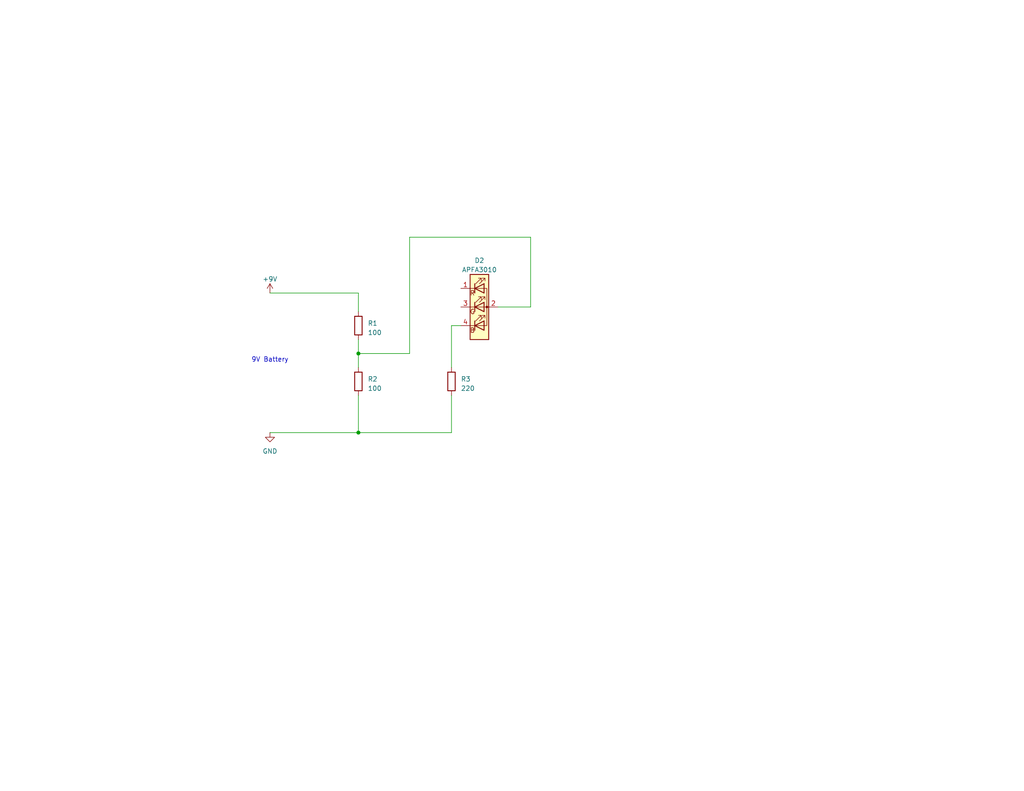
<source format=kicad_sch>
(kicad_sch (version 20230121) (generator eeschema)

  (uuid 1cc6d936-e574-4981-ac01-eabd78dd71fb)

  (paper "USLetter")

  (lib_symbols
    (symbol "Device:R" (pin_numbers hide) (pin_names (offset 0)) (in_bom yes) (on_board yes)
      (property "Reference" "R" (at 2.032 0 90)
        (effects (font (size 1.27 1.27)))
      )
      (property "Value" "R" (at 0 0 90)
        (effects (font (size 1.27 1.27)))
      )
      (property "Footprint" "" (at -1.778 0 90)
        (effects (font (size 1.27 1.27)) hide)
      )
      (property "Datasheet" "~" (at 0 0 0)
        (effects (font (size 1.27 1.27)) hide)
      )
      (property "ki_keywords" "R res resistor" (at 0 0 0)
        (effects (font (size 1.27 1.27)) hide)
      )
      (property "ki_description" "Resistor" (at 0 0 0)
        (effects (font (size 1.27 1.27)) hide)
      )
      (property "ki_fp_filters" "R_*" (at 0 0 0)
        (effects (font (size 1.27 1.27)) hide)
      )
      (symbol "R_0_1"
        (rectangle (start -1.016 -2.54) (end 1.016 2.54)
          (stroke (width 0.254) (type default))
          (fill (type none))
        )
      )
      (symbol "R_1_1"
        (pin passive line (at 0 3.81 270) (length 1.27)
          (name "~" (effects (font (size 1.27 1.27))))
          (number "1" (effects (font (size 1.27 1.27))))
        )
        (pin passive line (at 0 -3.81 90) (length 1.27)
          (name "~" (effects (font (size 1.27 1.27))))
          (number "2" (effects (font (size 1.27 1.27))))
        )
      )
    )
    (symbol "LED:APFA3010" (pin_names (offset 0) hide) (in_bom yes) (on_board yes)
      (property "Reference" "D" (at 0 10.16 0)
        (effects (font (size 1.27 1.27)))
      )
      (property "Value" "APFA3010" (at 0 -10.16 0)
        (effects (font (size 1.27 1.27)))
      )
      (property "Footprint" "LED_SMD:LED_Kingbright_APFA3010_3x1.5mm_Horizontal" (at 0 12.7 0)
        (effects (font (size 1.27 1.27)) hide)
      )
      (property "Datasheet" "http://www.kingbrightusa.com/images/catalog/SPEC/APFA3010LSEEZGKQBKC.pdf" (at 0 -11.43 0)
        (effects (font (size 1.27 1.27)) hide)
      )
      (property "ki_keywords" "LED RGB SMD Kingbright APFA3010 Horizontal" (at 0 0 0)
        (effects (font (size 1.27 1.27)) hide)
      )
      (property "ki_description" "LED RGB, Common Anode, SMD, 3.0x1.5mm, Horizontal" (at 0 0 0)
        (effects (font (size 1.27 1.27)) hide)
      )
      (property "ki_fp_filters" "*Kingbright*APFA3010*3x1.5mm*Horizontal*" (at 0 0 0)
        (effects (font (size 1.27 1.27)) hide)
      )
      (symbol "APFA3010_0_0"
        (text "B" (at -1.905 -6.35 0)
          (effects (font (size 1.27 1.27)))
        )
        (text "G" (at -1.905 -1.27 0)
          (effects (font (size 1.27 1.27)))
        )
        (text "R" (at -1.905 3.81 0)
          (effects (font (size 1.27 1.27)))
        )
      )
      (symbol "APFA3010_0_1"
        (rectangle (start -2.54 -8.89) (end 2.54 8.89)
          (stroke (width 0.254) (type default))
          (fill (type background))
        )
        (polyline
          (pts
            (xy -2.54 -5.08)
            (xy 1.27 -5.08)
          )
          (stroke (width 0) (type default))
          (fill (type none))
        )
        (polyline
          (pts
            (xy -1.27 -3.81)
            (xy -1.27 -6.35)
          )
          (stroke (width 0.254) (type default))
          (fill (type none))
        )
        (polyline
          (pts
            (xy -1.27 1.27)
            (xy -1.27 -1.27)
          )
          (stroke (width 0.254) (type default))
          (fill (type none))
        )
        (polyline
          (pts
            (xy -1.27 6.35)
            (xy -1.27 3.81)
          )
          (stroke (width 0.254) (type default))
          (fill (type none))
        )
        (polyline
          (pts
            (xy 1.27 5.08)
            (xy -2.54 5.08)
          )
          (stroke (width 0) (type default))
          (fill (type none))
        )
        (polyline
          (pts
            (xy 2.54 0)
            (xy -2.54 0)
          )
          (stroke (width 0) (type default))
          (fill (type none))
        )
        (polyline
          (pts
            (xy 1.27 -5.08)
            (xy 2.032 -5.08)
            (xy 2.032 5.08)
            (xy 1.27 5.08)
          )
          (stroke (width 0) (type default))
          (fill (type none))
        )
        (polyline
          (pts
            (xy 1.27 -3.81)
            (xy 1.27 -6.35)
            (xy -1.27 -5.08)
            (xy 1.27 -3.81)
          )
          (stroke (width 0.254) (type default))
          (fill (type none))
        )
        (polyline
          (pts
            (xy 1.27 1.27)
            (xy 1.27 -1.27)
            (xy -1.27 0)
            (xy 1.27 1.27)
          )
          (stroke (width 0.254) (type default))
          (fill (type none))
        )
        (polyline
          (pts
            (xy 1.27 6.35)
            (xy 1.27 3.81)
            (xy -1.27 5.08)
            (xy 1.27 6.35)
          )
          (stroke (width 0.254) (type default))
          (fill (type none))
        )
        (polyline
          (pts
            (xy -1.016 -3.81)
            (xy 0.508 -2.286)
            (xy -0.254 -2.286)
            (xy 0.508 -2.286)
            (xy 0.508 -3.048)
          )
          (stroke (width 0) (type default))
          (fill (type none))
        )
        (polyline
          (pts
            (xy -1.016 1.27)
            (xy 0.508 2.794)
            (xy -0.254 2.794)
            (xy 0.508 2.794)
            (xy 0.508 2.032)
          )
          (stroke (width 0) (type default))
          (fill (type none))
        )
        (polyline
          (pts
            (xy -1.016 6.35)
            (xy 0.508 7.874)
            (xy -0.254 7.874)
            (xy 0.508 7.874)
            (xy 0.508 7.112)
          )
          (stroke (width 0) (type default))
          (fill (type none))
        )
        (polyline
          (pts
            (xy 0 -3.81)
            (xy 1.524 -2.286)
            (xy 0.762 -2.286)
            (xy 1.524 -2.286)
            (xy 1.524 -3.048)
          )
          (stroke (width 0) (type default))
          (fill (type none))
        )
        (polyline
          (pts
            (xy 0 1.27)
            (xy 1.524 2.794)
            (xy 0.762 2.794)
            (xy 1.524 2.794)
            (xy 1.524 2.032)
          )
          (stroke (width 0) (type default))
          (fill (type none))
        )
        (polyline
          (pts
            (xy 0 6.35)
            (xy 1.524 7.874)
            (xy 0.762 7.874)
            (xy 1.524 7.874)
            (xy 1.524 7.112)
          )
          (stroke (width 0) (type default))
          (fill (type none))
        )
        (rectangle (start 1.27 6.35) (end 1.27 6.35)
          (stroke (width 0) (type default))
          (fill (type none))
        )
        (circle (center 2.032 0) (radius 0.254)
          (stroke (width 0) (type default))
          (fill (type outline))
        )
      )
      (symbol "APFA3010_1_1"
        (pin input line (at -5.08 5.08 0) (length 2.54)
          (name "R" (effects (font (size 1.27 1.27))))
          (number "1" (effects (font (size 1.27 1.27))))
        )
        (pin power_in line (at 5.08 0 180) (length 2.54)
          (name "A" (effects (font (size 1.27 1.27))))
          (number "2" (effects (font (size 1.27 1.27))))
        )
        (pin input line (at -5.08 0 0) (length 2.54)
          (name "G" (effects (font (size 1.27 1.27))))
          (number "3" (effects (font (size 1.27 1.27))))
        )
        (pin input line (at -5.08 -5.08 0) (length 2.54)
          (name "B" (effects (font (size 1.27 1.27))))
          (number "4" (effects (font (size 1.27 1.27))))
        )
      )
    )
    (symbol "power:+9V" (power) (pin_names (offset 0)) (in_bom yes) (on_board yes)
      (property "Reference" "#PWR" (at 0 -3.81 0)
        (effects (font (size 1.27 1.27)) hide)
      )
      (property "Value" "+9V" (at 0 3.556 0)
        (effects (font (size 1.27 1.27)))
      )
      (property "Footprint" "" (at 0 0 0)
        (effects (font (size 1.27 1.27)) hide)
      )
      (property "Datasheet" "" (at 0 0 0)
        (effects (font (size 1.27 1.27)) hide)
      )
      (property "ki_keywords" "global power" (at 0 0 0)
        (effects (font (size 1.27 1.27)) hide)
      )
      (property "ki_description" "Power symbol creates a global label with name \"+9V\"" (at 0 0 0)
        (effects (font (size 1.27 1.27)) hide)
      )
      (symbol "+9V_0_1"
        (polyline
          (pts
            (xy -0.762 1.27)
            (xy 0 2.54)
          )
          (stroke (width 0) (type default))
          (fill (type none))
        )
        (polyline
          (pts
            (xy 0 0)
            (xy 0 2.54)
          )
          (stroke (width 0) (type default))
          (fill (type none))
        )
        (polyline
          (pts
            (xy 0 2.54)
            (xy 0.762 1.27)
          )
          (stroke (width 0) (type default))
          (fill (type none))
        )
      )
      (symbol "+9V_1_1"
        (pin power_in line (at 0 0 90) (length 0) hide
          (name "+9V" (effects (font (size 1.27 1.27))))
          (number "1" (effects (font (size 1.27 1.27))))
        )
      )
    )
    (symbol "power:GND" (power) (pin_names (offset 0)) (in_bom yes) (on_board yes)
      (property "Reference" "#PWR" (at 0 -6.35 0)
        (effects (font (size 1.27 1.27)) hide)
      )
      (property "Value" "GND" (at 0 -3.81 0)
        (effects (font (size 1.27 1.27)))
      )
      (property "Footprint" "" (at 0 0 0)
        (effects (font (size 1.27 1.27)) hide)
      )
      (property "Datasheet" "" (at 0 0 0)
        (effects (font (size 1.27 1.27)) hide)
      )
      (property "ki_keywords" "global power" (at 0 0 0)
        (effects (font (size 1.27 1.27)) hide)
      )
      (property "ki_description" "Power symbol creates a global label with name \"GND\" , ground" (at 0 0 0)
        (effects (font (size 1.27 1.27)) hide)
      )
      (symbol "GND_0_1"
        (polyline
          (pts
            (xy 0 0)
            (xy 0 -1.27)
            (xy 1.27 -1.27)
            (xy 0 -2.54)
            (xy -1.27 -1.27)
            (xy 0 -1.27)
          )
          (stroke (width 0) (type default))
          (fill (type none))
        )
      )
      (symbol "GND_1_1"
        (pin power_in line (at 0 0 270) (length 0) hide
          (name "GND" (effects (font (size 1.27 1.27))))
          (number "1" (effects (font (size 1.27 1.27))))
        )
      )
    )
  )


  (junction (at 97.79 96.52) (diameter 0) (color 0 0 0 0)
    (uuid 2baf8976-59e9-40fa-97a4-955df977dcba)
  )
  (junction (at 97.79 118.11) (diameter 0) (color 0 0 0 0)
    (uuid b715f4c0-61e1-4e22-98c0-975afceeebb9)
  )

  (wire (pts (xy 111.76 64.77) (xy 111.76 96.52))
    (stroke (width 0) (type default))
    (uuid 1e86ffe5-cefb-4517-94ac-a913d6702d79)
  )
  (wire (pts (xy 73.66 80.01) (xy 97.79 80.01))
    (stroke (width 0) (type default))
    (uuid 2a540a85-538f-4d30-ab75-d664cfeb8989)
  )
  (wire (pts (xy 111.76 64.77) (xy 144.78 64.77))
    (stroke (width 0) (type default))
    (uuid 3b4d826f-2e21-433c-8a8c-e8aa901b0205)
  )
  (wire (pts (xy 73.66 118.11) (xy 97.79 118.11))
    (stroke (width 0) (type default))
    (uuid 424bc392-7c1e-4605-9ec1-037871f78c69)
  )
  (wire (pts (xy 125.73 88.9) (xy 123.19 88.9))
    (stroke (width 0) (type default))
    (uuid 49e6c1a0-7cb9-4dcc-be4d-bebff4263bf6)
  )
  (wire (pts (xy 97.79 107.95) (xy 97.79 118.11))
    (stroke (width 0) (type default))
    (uuid 5f8bd0b8-8602-4fde-a99a-1f5186c8ca7e)
  )
  (wire (pts (xy 97.79 118.11) (xy 123.19 118.11))
    (stroke (width 0) (type default))
    (uuid 6b7a7cd3-8a07-4fa0-b053-909fa6b98c62)
  )
  (wire (pts (xy 97.79 92.71) (xy 97.79 96.52))
    (stroke (width 0) (type default))
    (uuid 8537d394-9e83-49a8-9713-c32589c7cd49)
  )
  (wire (pts (xy 144.78 64.77) (xy 144.78 83.82))
    (stroke (width 0) (type default))
    (uuid 8e80fcc6-78f4-4d05-ab21-0522aaa7925a)
  )
  (wire (pts (xy 97.79 80.01) (xy 97.79 85.09))
    (stroke (width 0) (type default))
    (uuid a0a82154-2c2d-4477-a2c2-a4d04889d73b)
  )
  (wire (pts (xy 144.78 83.82) (xy 135.89 83.82))
    (stroke (width 0) (type default))
    (uuid b008a8b9-4a72-403c-b6dc-6e365a2f448f)
  )
  (wire (pts (xy 97.79 96.52) (xy 97.79 100.33))
    (stroke (width 0) (type default))
    (uuid db02c854-45ea-46b0-9ab0-3abe301dc37e)
  )
  (wire (pts (xy 111.76 96.52) (xy 97.79 96.52))
    (stroke (width 0) (type default))
    (uuid ee4fe600-59d0-4c74-b57b-65dbf31042d4)
  )
  (wire (pts (xy 123.19 88.9) (xy 123.19 100.33))
    (stroke (width 0) (type default))
    (uuid f4115992-41b9-4bda-8b46-dcc455292a82)
  )
  (wire (pts (xy 123.19 118.11) (xy 123.19 107.95))
    (stroke (width 0) (type default))
    (uuid ffe8b91b-a7ce-41f8-9971-b6865a24687a)
  )

  (text "9V Battery" (at 68.58 99.06 0)
    (effects (font (size 1.27 1.27)) (justify left bottom))
    (uuid 5e4448e4-2be0-4041-bf3a-b7ef8eda1b4d)
  )

  (symbol (lib_id "LED:APFA3010") (at 130.81 83.82 0) (unit 1)
    (in_bom yes) (on_board yes) (dnp no) (fields_autoplaced)
    (uuid 26d9091a-a6bc-4df0-b011-ab0c0e652e47)
    (property "Reference" "D2" (at 130.81 71.12 0)
      (effects (font (size 1.27 1.27)))
    )
    (property "Value" "APFA3010" (at 130.81 73.66 0)
      (effects (font (size 1.27 1.27)))
    )
    (property "Footprint" "LED_SMD:LED_Kingbright_APFA3010_3x1.5mm_Horizontal" (at 130.81 71.12 0)
      (effects (font (size 1.27 1.27)) hide)
    )
    (property "Datasheet" "http://www.kingbrightusa.com/images/catalog/SPEC/APFA3010LSEEZGKQBKC.pdf" (at 130.81 95.25 0)
      (effects (font (size 1.27 1.27)) hide)
    )
    (pin "1" (uuid 7a0b8c0a-8647-472c-a482-86e9c7831075))
    (pin "2" (uuid 02298f6e-234d-4b4f-938f-e85d45712ae3))
    (pin "3" (uuid 86c236e9-968c-4797-b6df-a2f1c90ff152))
    (pin "4" (uuid cef98d4b-dc81-4ba9-936e-85564265455f))
    (instances
      (project "ledtest"
        (path "/1cc6d936-e574-4981-ac01-eabd78dd71fb"
          (reference "D2") (unit 1)
        )
      )
    )
  )

  (symbol (lib_id "Device:R") (at 123.19 104.14 0) (unit 1)
    (in_bom yes) (on_board yes) (dnp no) (fields_autoplaced)
    (uuid 289cf6bf-73b7-41ea-980c-1c9268ef0086)
    (property "Reference" "R3" (at 125.73 103.505 0)
      (effects (font (size 1.27 1.27)) (justify left))
    )
    (property "Value" "220" (at 125.73 106.045 0)
      (effects (font (size 1.27 1.27)) (justify left))
    )
    (property "Footprint" "" (at 121.412 104.14 90)
      (effects (font (size 1.27 1.27)) hide)
    )
    (property "Datasheet" "~" (at 123.19 104.14 0)
      (effects (font (size 1.27 1.27)) hide)
    )
    (pin "1" (uuid 5befd2f4-f1f8-48fb-8678-b21b1869bc89))
    (pin "2" (uuid 29be3270-dc9c-4d1d-a20e-58d3c02c6ee0))
    (instances
      (project "ledtest"
        (path "/1cc6d936-e574-4981-ac01-eabd78dd71fb"
          (reference "R3") (unit 1)
        )
      )
    )
  )

  (symbol (lib_id "power:GND") (at 73.66 118.11 0) (unit 1)
    (in_bom yes) (on_board yes) (dnp no) (fields_autoplaced)
    (uuid 3ec3a2de-bc17-4049-89a4-606b43381046)
    (property "Reference" "#PWR02" (at 73.66 124.46 0)
      (effects (font (size 1.27 1.27)) hide)
    )
    (property "Value" "GND" (at 73.66 123.19 0)
      (effects (font (size 1.27 1.27)))
    )
    (property "Footprint" "" (at 73.66 118.11 0)
      (effects (font (size 1.27 1.27)) hide)
    )
    (property "Datasheet" "" (at 73.66 118.11 0)
      (effects (font (size 1.27 1.27)) hide)
    )
    (pin "1" (uuid 49f41b87-9864-444e-ab5c-b2745ee93b49))
    (instances
      (project "ledtest"
        (path "/1cc6d936-e574-4981-ac01-eabd78dd71fb"
          (reference "#PWR02") (unit 1)
        )
      )
    )
  )

  (symbol (lib_id "Device:R") (at 97.79 104.14 0) (unit 1)
    (in_bom yes) (on_board yes) (dnp no) (fields_autoplaced)
    (uuid 5700e3b9-4576-4ebb-b549-da9d7fdd550d)
    (property "Reference" "R2" (at 100.33 103.505 0)
      (effects (font (size 1.27 1.27)) (justify left))
    )
    (property "Value" "100" (at 100.33 106.045 0)
      (effects (font (size 1.27 1.27)) (justify left))
    )
    (property "Footprint" "" (at 96.012 104.14 90)
      (effects (font (size 1.27 1.27)) hide)
    )
    (property "Datasheet" "~" (at 97.79 104.14 0)
      (effects (font (size 1.27 1.27)) hide)
    )
    (pin "1" (uuid a7280971-0c35-42a9-901d-dffff2fa1260))
    (pin "2" (uuid df99ea52-6053-4cb3-a355-7af7daa5fc6b))
    (instances
      (project "ledtest"
        (path "/1cc6d936-e574-4981-ac01-eabd78dd71fb"
          (reference "R2") (unit 1)
        )
      )
    )
  )

  (symbol (lib_id "power:+9V") (at 73.66 80.01 0) (unit 1)
    (in_bom yes) (on_board yes) (dnp no) (fields_autoplaced)
    (uuid 60fd4aba-2459-4ac1-baad-dcc70333364c)
    (property "Reference" "#PWR01" (at 73.66 83.82 0)
      (effects (font (size 1.27 1.27)) hide)
    )
    (property "Value" "+9V" (at 73.66 76.2 0)
      (effects (font (size 1.27 1.27)))
    )
    (property "Footprint" "" (at 73.66 80.01 0)
      (effects (font (size 1.27 1.27)) hide)
    )
    (property "Datasheet" "" (at 73.66 80.01 0)
      (effects (font (size 1.27 1.27)) hide)
    )
    (pin "1" (uuid 4d4c1ad3-b243-4b23-8a6b-3c20e9b7a2f4))
    (instances
      (project "ledtest"
        (path "/1cc6d936-e574-4981-ac01-eabd78dd71fb"
          (reference "#PWR01") (unit 1)
        )
      )
    )
  )

  (symbol (lib_id "Device:R") (at 97.79 88.9 0) (unit 1)
    (in_bom yes) (on_board yes) (dnp no) (fields_autoplaced)
    (uuid ab6bb165-c697-43f8-8299-57876c4b1432)
    (property "Reference" "R1" (at 100.33 88.265 0)
      (effects (font (size 1.27 1.27)) (justify left))
    )
    (property "Value" "100" (at 100.33 90.805 0)
      (effects (font (size 1.27 1.27)) (justify left))
    )
    (property "Footprint" "" (at 96.012 88.9 90)
      (effects (font (size 1.27 1.27)) hide)
    )
    (property "Datasheet" "~" (at 97.79 88.9 0)
      (effects (font (size 1.27 1.27)) hide)
    )
    (pin "1" (uuid 690d52e9-bc3c-4b90-855b-7a9de9f35724))
    (pin "2" (uuid d7b7b6c7-7e19-44d4-9985-8de4f2f1d463))
    (instances
      (project "ledtest"
        (path "/1cc6d936-e574-4981-ac01-eabd78dd71fb"
          (reference "R1") (unit 1)
        )
      )
    )
  )

  (sheet_instances
    (path "/" (page "1"))
  )
)

</source>
